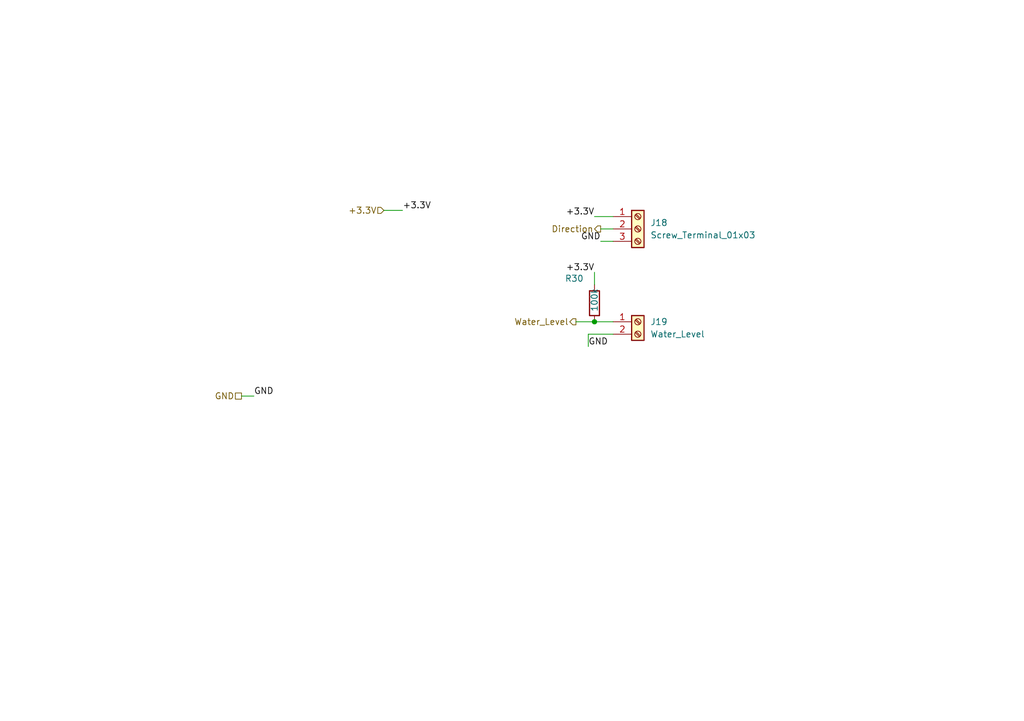
<source format=kicad_sch>
(kicad_sch (version 20231120) (generator "eeschema") (generator_version "8.0")
  (paper "A5")
  (title_block (title "RTC") (date "2024-11-03") (rev "1.0"))
  (lib_symbols
    (symbol "Connector:Screw_Terminal_01x02" (pin_names (offset 1.016) hide)
      (property "Reference" "J" (at 0 2.54 0))
      (property "Value" "Screw_Terminal_01x02" (at 0 -5.08 0))
      (symbol "Screw_Terminal_01x02_1_1"
        (rectangle (start -1.27 1.27) (end 1.27 -3.81) (stroke (width 0.254)) (fill (type background)))
        (circle (center 0 -2.54) (radius 0.635) (stroke (width 0.1524)))
        (polyline (pts (xy -0.5334 -2.2098) (xy 0.3302 -3.048)) (stroke (width 0.1524)))
        (polyline (pts (xy -0.5334 0.3302) (xy 0.3302 -0.508)) (stroke (width 0.1524)))
        (polyline (pts (xy -0.3556 -2.032) (xy 0.508 -2.8702)) (stroke (width 0.1524)))
        (polyline (pts (xy -0.3556 0.508) (xy 0.508 -0.3302)) (stroke (width 0.1524)))
        (circle (center 0 0) (radius 0.635) (stroke (width 0.1524)))
        (pin passive line (at -5.08 0 0) (length 3.81) (name "Pin_1") (number "1"))
        (pin passive line (at -5.08 -2.54 0) (length 3.81) (name "Pin_2") (number "2"))
      )
    )
    (symbol "Connector:Screw_Terminal_01x03" (pin_names (offset 1.016) hide)
      (property "Reference" "J" (at 0 5.08 0))
      (property "Value" "Screw_Terminal_01x03" (at 0 -5.08 0))
      (symbol "Screw_Terminal_01x03_1_1"
        (rectangle (start -1.27 3.81) (end 1.27 -3.81) (stroke (width 0.254)) (fill (type background)))
        (circle (center 0 -2.54) (radius 0.635) (stroke (width 0.1524)))
        (polyline (pts (xy -0.5334 -2.2098) (xy 0.3302 -3.048)) (stroke (width 0.1524)))
        (polyline (pts (xy -0.5334 0.3302) (xy 0.3302 -0.508)) (stroke (width 0.1524)))
        (polyline (pts (xy -0.5334 2.8702) (xy 0.3302 2.032)) (stroke (width 0.1524)))
        (polyline (pts (xy -0.3556 -2.032) (xy 0.508 -2.8702)) (stroke (width 0.1524)))
        (polyline (pts (xy -0.3556 0.508) (xy 0.508 -0.3302)) (stroke (width 0.1524)))
        (polyline (pts (xy -0.3556 3.048) (xy 0.508 2.2098)) (stroke (width 0.1524)))
        (circle (center 0 0) (radius 0.635) (stroke (width 0.1524)))
        (circle (center 0 2.54) (radius 0.635) (stroke (width 0.1524)))
        (pin passive line (at -5.08 2.54 0) (length 3.81) (name "Pin_1") (number "1"))
        (pin passive line (at -5.08 0 0) (length 3.81) (name "Pin_2") (number "2"))
        (pin passive line (at -5.08 -2.54 0) (length 3.81) (name "Pin_3") (number "3"))
      )
    )
    (symbol "Device:R" (pin_numbers hide) (pin_names (offset 0))
      (property "Reference" "R" (at 2.032 0 90))
      (property "Value" "R" (at 0 0 90))
      (symbol "R_0_1"
        (rectangle (start -1.016 -2.54) (end 1.016 2.54) (stroke (width 0.254)))
      )
      (symbol "R_1_1"
        (pin passive line (at 0 3.81 270) (length 1.27) (name "~") (number "1"))
        (pin passive line (at 0 -3.81 90) (length 1.27) (name "~") (number "2"))
      )
    )
  )
  (junction (at 121.92 66.04))
  (wire (pts (xy 118.11 66.04) (xy 121.92 66.04)))
  (wire (pts (xy 120.65 68.58) (xy 120.65 71.12)))
  (wire (pts (xy 121.92 44.45) (xy 125.73 44.45)))
  (wire (pts (xy 121.92 55.88) (xy 121.92 58.42)))
  (wire (pts (xy 78.74 43.18) (xy 82.55 43.18)))
  (wire (pts (xy 49.53 81.28) (xy 52.07 81.28)))
  (wire (pts (xy 125.73 68.58) (xy 120.65 68.58)))
  (wire (pts (xy 123.19 46.99) (xy 125.73 46.99)))
  (wire (pts (xy 121.92 66.04) (xy 125.73 66.04)))
  (wire (pts (xy 123.19 49.53) (xy 125.73 49.53)))
  (label "GND" (at 123.19 49.53 180))
  (label "GND" (at 120.65 71.12 0))
  (label "+3.3V" (at 121.92 44.45 180))
  (label "+3.3V" (at 82.55 43.18 0))
  (label "+3.3V" (at 121.92 55.88 180))
  (label "GND" (at 52.07 81.28 0))
  (hierarchical_label "Direction" (shape output) (at 123.19 46.99 180))
  (hierarchical_label "GND" (shape passive) (at 49.53 81.28 180))
  (hierarchical_label "Water_Level" (shape output) (at 118.11 66.04 180))
  (hierarchical_label "+3.3V" (shape input) (at 78.74 43.18 180))
  (symbol (lib_id "Device:R") (at 121.92 62.23 0) (unit 1)
    (property "Reference" "R30" (at 115.824 57.15 0) (effects (justify left)))
    (property "Value" "100k" (at 121.92 64.008 90) (effects (justify left)))
    (property "Footprint" "Resistor_SMD:R_0603_1608Metric" (effects (hide yes)))
  )
  (symbol (lib_id "Connector:Screw_Terminal_01x03") (at 130.81 46.99 0) (unit 1)
    (property "Reference" "J18" (at 133.35 45.7199 0) (effects (justify left)))
    (property "Value" "Screw_Terminal_01x03" (at 133.35 48.2599 0) (effects (justify left)))
    (property "Footprint" "Connector_Phoenix_MSTB:PhoenixContact_MSTBA_2,5_3-G-5,08_1x03_P5.08mm_Horizontal" (effects (hide yes)))
    (property "Description" "Generic screw terminal, single row, 01x03, script generated (kicad-library-utils/schlib/autogen/connector/)" (effects (hide yes)))
  )
  (symbol (lib_id "Connector:Screw_Terminal_01x02") (at 130.81 66.04 0) (unit 1)
    (property "Reference" "J19" (at 133.35 66.0399 0) (effects (justify left)))
    (property "Value" "Water_Level" (at 133.35 68.5799 0) (effects (justify left)))
    (property "Footprint" "Connector_Phoenix_MSTB:PhoenixContact_MSTBA_2,5_2-G-5,08_1x02_P5.08mm_Horizontal" (effects (hide yes)))
  )
)
</source>
